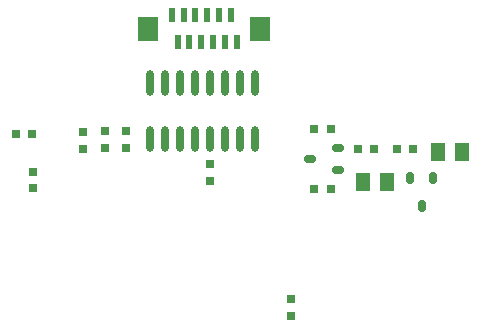
<source format=gbp>
G04 Layer_Color=128*
%FSLAX25Y25*%
%MOIN*%
G70*
G01*
G75*
%ADD17R,0.05000X0.06300*%
%ADD18O,0.02362X0.08661*%
G04:AMPARAMS|DCode=19|XSize=23.62mil|YSize=39.37mil|CornerRadius=5.91mil|HoleSize=0mil|Usage=FLASHONLY|Rotation=90.000|XOffset=0mil|YOffset=0mil|HoleType=Round|Shape=RoundedRectangle|*
%AMROUNDEDRECTD19*
21,1,0.02362,0.02756,0,0,90.0*
21,1,0.01181,0.03937,0,0,90.0*
1,1,0.01181,0.01378,0.00591*
1,1,0.01181,0.01378,-0.00591*
1,1,0.01181,-0.01378,-0.00591*
1,1,0.01181,-0.01378,0.00591*
%
%ADD19ROUNDEDRECTD19*%
G04:AMPARAMS|DCode=20|XSize=23.62mil|YSize=39.37mil|CornerRadius=5.91mil|HoleSize=0mil|Usage=FLASHONLY|Rotation=180.000|XOffset=0mil|YOffset=0mil|HoleType=Round|Shape=RoundedRectangle|*
%AMROUNDEDRECTD20*
21,1,0.02362,0.02756,0,0,180.0*
21,1,0.01181,0.03937,0,0,180.0*
1,1,0.01181,-0.00591,0.01378*
1,1,0.01181,0.00591,0.01378*
1,1,0.01181,0.00591,-0.01378*
1,1,0.01181,-0.00591,-0.01378*
%
%ADD20ROUNDEDRECTD20*%
%ADD21R,0.03000X0.03000*%
%ADD22R,0.03000X0.03000*%
%ADD23R,0.07087X0.07874*%
%ADD24R,0.01969X0.04921*%
D17*
X3830000Y3017800D02*
D03*
X3822000D02*
D03*
X3855000Y3027800D02*
D03*
X3847000D02*
D03*
D18*
X3751000Y3050949D02*
D03*
X3756000D02*
D03*
X3761000D02*
D03*
X3766000D02*
D03*
X3771000D02*
D03*
X3776000D02*
D03*
X3781000D02*
D03*
X3786000D02*
D03*
X3751000Y3032051D02*
D03*
X3756000D02*
D03*
X3761000D02*
D03*
X3766000D02*
D03*
X3771000D02*
D03*
X3776000D02*
D03*
X3781000D02*
D03*
X3786000D02*
D03*
D19*
X3804276Y3025500D02*
D03*
X3813725Y3021760D02*
D03*
Y3029240D02*
D03*
D20*
X3841500Y3009776D02*
D03*
X3845240Y3019224D02*
D03*
X3837760D02*
D03*
D21*
X3820275Y3029000D02*
D03*
X3825725D02*
D03*
X3833275D02*
D03*
X3838725D02*
D03*
X3711725Y3034000D02*
D03*
X3706275D02*
D03*
X3805775Y3015500D02*
D03*
X3811225D02*
D03*
X3805775Y3035500D02*
D03*
X3811225D02*
D03*
D22*
X3728500Y3034450D02*
D03*
Y3029000D02*
D03*
X3712000Y3021225D02*
D03*
Y3015775D02*
D03*
X3771000Y3023725D02*
D03*
Y3018275D02*
D03*
X3798000Y2978725D02*
D03*
Y2973275D02*
D03*
X3736000Y3034750D02*
D03*
Y3029250D02*
D03*
X3743000D02*
D03*
Y3034750D02*
D03*
D23*
X3787717Y3069000D02*
D03*
X3750315D02*
D03*
D24*
X3779842Y3064571D02*
D03*
X3775906D02*
D03*
X3771968D02*
D03*
X3768031D02*
D03*
X3764095D02*
D03*
X3760157D02*
D03*
X3777874Y3073429D02*
D03*
X3773937D02*
D03*
X3770000D02*
D03*
X3766063D02*
D03*
X3762126D02*
D03*
X3758189D02*
D03*
M02*

</source>
